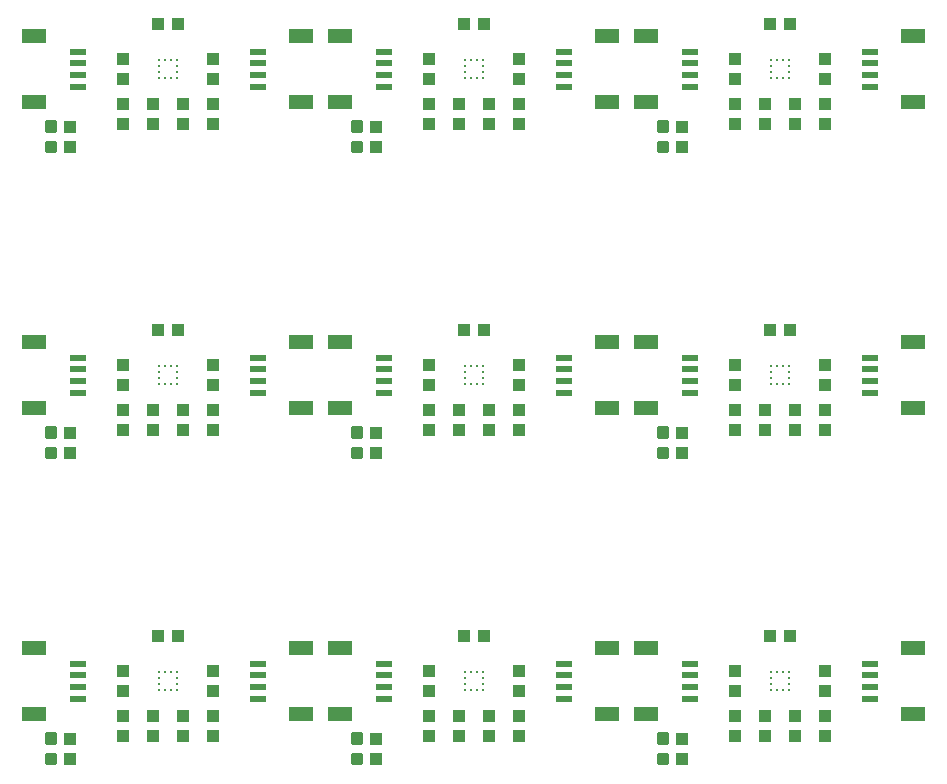
<source format=gtp>
G75*
%MOIN*%
%OFA0B0*%
%FSLAX25Y25*%
%IPPOS*%
%LPD*%
%AMOC8*
5,1,8,0,0,1.08239X$1,22.5*
%
%ADD10R,0.07874X0.04724*%
%ADD11R,0.05315X0.02362*%
%ADD12C,0.01181*%
%ADD13R,0.03937X0.04331*%
%ADD14R,0.00984X0.01083*%
%ADD15R,0.01083X0.00984*%
%ADD16R,0.04331X0.03937*%
D10*
X0053873Y0067726D03*
X0053873Y0089774D03*
X0053873Y0169726D03*
X0053873Y0191774D03*
X0053873Y0271726D03*
X0053873Y0293774D03*
X0142810Y0293774D03*
X0155873Y0293774D03*
X0155873Y0271726D03*
X0142810Y0271726D03*
X0142810Y0191774D03*
X0155873Y0191774D03*
X0155873Y0169726D03*
X0142810Y0169726D03*
X0142810Y0089774D03*
X0155873Y0089774D03*
X0155873Y0067726D03*
X0142810Y0067726D03*
X0244810Y0067726D03*
X0257873Y0067726D03*
X0257873Y0089774D03*
X0244810Y0089774D03*
X0244810Y0169726D03*
X0257873Y0169726D03*
X0257873Y0191774D03*
X0244810Y0191774D03*
X0244810Y0271726D03*
X0257873Y0271726D03*
X0257873Y0293774D03*
X0244810Y0293774D03*
X0346810Y0293774D03*
X0346810Y0271726D03*
X0346810Y0191774D03*
X0346810Y0169726D03*
X0346810Y0089774D03*
X0346810Y0067726D03*
D11*
X0332342Y0072844D03*
X0332342Y0076781D03*
X0332342Y0080719D03*
X0332342Y0084656D03*
X0272342Y0084656D03*
X0272342Y0080719D03*
X0272342Y0076781D03*
X0272342Y0072844D03*
X0230342Y0072844D03*
X0230342Y0076781D03*
X0230342Y0080719D03*
X0230342Y0084656D03*
X0170342Y0084656D03*
X0170342Y0080719D03*
X0170342Y0076781D03*
X0170342Y0072844D03*
X0128342Y0072844D03*
X0128342Y0076781D03*
X0128342Y0080719D03*
X0128342Y0084656D03*
X0068342Y0084656D03*
X0068342Y0080719D03*
X0068342Y0076781D03*
X0068342Y0072844D03*
X0068342Y0174844D03*
X0068342Y0178781D03*
X0068342Y0182719D03*
X0068342Y0186656D03*
X0128342Y0186656D03*
X0128342Y0182719D03*
X0128342Y0178781D03*
X0128342Y0174844D03*
X0170342Y0174844D03*
X0170342Y0178781D03*
X0170342Y0182719D03*
X0170342Y0186656D03*
X0230342Y0186656D03*
X0230342Y0182719D03*
X0230342Y0178781D03*
X0230342Y0174844D03*
X0272342Y0174844D03*
X0272342Y0178781D03*
X0272342Y0182719D03*
X0272342Y0186656D03*
X0332342Y0186656D03*
X0332342Y0182719D03*
X0332342Y0178781D03*
X0332342Y0174844D03*
X0332342Y0276844D03*
X0332342Y0280781D03*
X0332342Y0284719D03*
X0332342Y0288656D03*
X0272342Y0288656D03*
X0272342Y0284719D03*
X0272342Y0280781D03*
X0272342Y0276844D03*
X0230342Y0276844D03*
X0230342Y0280781D03*
X0230342Y0284719D03*
X0230342Y0288656D03*
X0170342Y0288656D03*
X0170342Y0284719D03*
X0170342Y0280781D03*
X0170342Y0276844D03*
X0128342Y0276844D03*
X0128342Y0280781D03*
X0128342Y0284719D03*
X0128342Y0288656D03*
X0068342Y0288656D03*
X0068342Y0284719D03*
X0068342Y0280781D03*
X0068342Y0276844D03*
D12*
X0060720Y0051419D02*
X0057964Y0051419D01*
X0057964Y0054175D01*
X0060720Y0054175D01*
X0060720Y0051419D01*
X0060720Y0052541D02*
X0057964Y0052541D01*
X0057964Y0053663D02*
X0060720Y0053663D01*
X0060720Y0058325D02*
X0057964Y0058325D01*
X0057964Y0061081D01*
X0060720Y0061081D01*
X0060720Y0058325D01*
X0060720Y0059447D02*
X0057964Y0059447D01*
X0057964Y0060569D02*
X0060720Y0060569D01*
X0159964Y0058325D02*
X0162720Y0058325D01*
X0159964Y0058325D02*
X0159964Y0061081D01*
X0162720Y0061081D01*
X0162720Y0058325D01*
X0162720Y0059447D02*
X0159964Y0059447D01*
X0159964Y0060569D02*
X0162720Y0060569D01*
X0162720Y0051419D02*
X0159964Y0051419D01*
X0159964Y0054175D01*
X0162720Y0054175D01*
X0162720Y0051419D01*
X0162720Y0052541D02*
X0159964Y0052541D01*
X0159964Y0053663D02*
X0162720Y0053663D01*
X0261964Y0051419D02*
X0264720Y0051419D01*
X0261964Y0051419D02*
X0261964Y0054175D01*
X0264720Y0054175D01*
X0264720Y0051419D01*
X0264720Y0052541D02*
X0261964Y0052541D01*
X0261964Y0053663D02*
X0264720Y0053663D01*
X0264720Y0058325D02*
X0261964Y0058325D01*
X0261964Y0061081D01*
X0264720Y0061081D01*
X0264720Y0058325D01*
X0264720Y0059447D02*
X0261964Y0059447D01*
X0261964Y0060569D02*
X0264720Y0060569D01*
X0264720Y0153419D02*
X0261964Y0153419D01*
X0261964Y0156175D01*
X0264720Y0156175D01*
X0264720Y0153419D01*
X0264720Y0154541D02*
X0261964Y0154541D01*
X0261964Y0155663D02*
X0264720Y0155663D01*
X0264720Y0160325D02*
X0261964Y0160325D01*
X0261964Y0163081D01*
X0264720Y0163081D01*
X0264720Y0160325D01*
X0264720Y0161447D02*
X0261964Y0161447D01*
X0261964Y0162569D02*
X0264720Y0162569D01*
X0264720Y0255419D02*
X0261964Y0255419D01*
X0261964Y0258175D01*
X0264720Y0258175D01*
X0264720Y0255419D01*
X0264720Y0256541D02*
X0261964Y0256541D01*
X0261964Y0257663D02*
X0264720Y0257663D01*
X0264720Y0262325D02*
X0261964Y0262325D01*
X0261964Y0265081D01*
X0264720Y0265081D01*
X0264720Y0262325D01*
X0264720Y0263447D02*
X0261964Y0263447D01*
X0261964Y0264569D02*
X0264720Y0264569D01*
X0162720Y0262325D02*
X0159964Y0262325D01*
X0159964Y0265081D01*
X0162720Y0265081D01*
X0162720Y0262325D01*
X0162720Y0263447D02*
X0159964Y0263447D01*
X0159964Y0264569D02*
X0162720Y0264569D01*
X0162720Y0255419D02*
X0159964Y0255419D01*
X0159964Y0258175D01*
X0162720Y0258175D01*
X0162720Y0255419D01*
X0162720Y0256541D02*
X0159964Y0256541D01*
X0159964Y0257663D02*
X0162720Y0257663D01*
X0060720Y0255419D02*
X0057964Y0255419D01*
X0057964Y0258175D01*
X0060720Y0258175D01*
X0060720Y0255419D01*
X0060720Y0256541D02*
X0057964Y0256541D01*
X0057964Y0257663D02*
X0060720Y0257663D01*
X0060720Y0262325D02*
X0057964Y0262325D01*
X0057964Y0265081D01*
X0060720Y0265081D01*
X0060720Y0262325D01*
X0060720Y0263447D02*
X0057964Y0263447D01*
X0057964Y0264569D02*
X0060720Y0264569D01*
X0060720Y0160325D02*
X0057964Y0160325D01*
X0057964Y0163081D01*
X0060720Y0163081D01*
X0060720Y0160325D01*
X0060720Y0161447D02*
X0057964Y0161447D01*
X0057964Y0162569D02*
X0060720Y0162569D01*
X0060720Y0153419D02*
X0057964Y0153419D01*
X0057964Y0156175D01*
X0060720Y0156175D01*
X0060720Y0153419D01*
X0060720Y0154541D02*
X0057964Y0154541D01*
X0057964Y0155663D02*
X0060720Y0155663D01*
X0159964Y0153419D02*
X0162720Y0153419D01*
X0159964Y0153419D02*
X0159964Y0156175D01*
X0162720Y0156175D01*
X0162720Y0153419D01*
X0162720Y0154541D02*
X0159964Y0154541D01*
X0159964Y0155663D02*
X0162720Y0155663D01*
X0162720Y0160325D02*
X0159964Y0160325D01*
X0159964Y0163081D01*
X0162720Y0163081D01*
X0162720Y0160325D01*
X0162720Y0161447D02*
X0159964Y0161447D01*
X0159964Y0162569D02*
X0162720Y0162569D01*
D13*
X0167842Y0161596D03*
X0167842Y0154904D03*
X0185342Y0162404D03*
X0185342Y0169096D03*
X0185342Y0177404D03*
X0185342Y0184096D03*
X0195342Y0169096D03*
X0195342Y0162404D03*
X0205342Y0162404D03*
X0205342Y0169096D03*
X0215342Y0169096D03*
X0215342Y0162404D03*
X0215342Y0177404D03*
X0215342Y0184096D03*
X0269842Y0161596D03*
X0269842Y0154904D03*
X0287342Y0162404D03*
X0287342Y0169096D03*
X0287342Y0177404D03*
X0287342Y0184096D03*
X0297342Y0169096D03*
X0297342Y0162404D03*
X0307342Y0162404D03*
X0307342Y0169096D03*
X0317342Y0169096D03*
X0317342Y0162404D03*
X0317342Y0177404D03*
X0317342Y0184096D03*
X0269842Y0256904D03*
X0269842Y0263596D03*
X0287342Y0264404D03*
X0287342Y0271096D03*
X0287342Y0279404D03*
X0287342Y0286096D03*
X0297342Y0271096D03*
X0297342Y0264404D03*
X0307342Y0264404D03*
X0307342Y0271096D03*
X0317342Y0271096D03*
X0317342Y0264404D03*
X0317342Y0279404D03*
X0317342Y0286096D03*
X0215342Y0286096D03*
X0215342Y0279404D03*
X0215342Y0271096D03*
X0215342Y0264404D03*
X0205342Y0264404D03*
X0205342Y0271096D03*
X0195342Y0271096D03*
X0195342Y0264404D03*
X0185342Y0264404D03*
X0185342Y0271096D03*
X0185342Y0279404D03*
X0185342Y0286096D03*
X0167842Y0263596D03*
X0167842Y0256904D03*
X0113342Y0264404D03*
X0113342Y0271096D03*
X0113342Y0279404D03*
X0113342Y0286096D03*
X0103342Y0271096D03*
X0103342Y0264404D03*
X0093342Y0264404D03*
X0093342Y0271096D03*
X0083342Y0271096D03*
X0083342Y0264404D03*
X0083342Y0279404D03*
X0083342Y0286096D03*
X0065842Y0263596D03*
X0065842Y0256904D03*
X0083342Y0184096D03*
X0083342Y0177404D03*
X0083342Y0169096D03*
X0083342Y0162404D03*
X0093342Y0162404D03*
X0093342Y0169096D03*
X0103342Y0169096D03*
X0103342Y0162404D03*
X0113342Y0162404D03*
X0113342Y0169096D03*
X0113342Y0177404D03*
X0113342Y0184096D03*
X0065842Y0161596D03*
X0065842Y0154904D03*
X0083342Y0082096D03*
X0083342Y0075404D03*
X0083342Y0067096D03*
X0083342Y0060404D03*
X0093342Y0060404D03*
X0093342Y0067096D03*
X0103342Y0067096D03*
X0103342Y0060404D03*
X0113342Y0060404D03*
X0113342Y0067096D03*
X0113342Y0075404D03*
X0113342Y0082096D03*
X0065842Y0059596D03*
X0065842Y0052904D03*
X0167842Y0052904D03*
X0167842Y0059596D03*
X0185342Y0060404D03*
X0185342Y0067096D03*
X0185342Y0075404D03*
X0185342Y0082096D03*
X0195342Y0067096D03*
X0195342Y0060404D03*
X0205342Y0060404D03*
X0205342Y0067096D03*
X0215342Y0067096D03*
X0215342Y0060404D03*
X0215342Y0075404D03*
X0215342Y0082096D03*
X0269842Y0059596D03*
X0269842Y0052904D03*
X0287342Y0060404D03*
X0287342Y0067096D03*
X0287342Y0075404D03*
X0287342Y0082096D03*
X0297342Y0067096D03*
X0297342Y0060404D03*
X0307342Y0060404D03*
X0307342Y0067096D03*
X0317342Y0067096D03*
X0317342Y0060404D03*
X0317342Y0075404D03*
X0317342Y0082096D03*
D14*
X0303326Y0081703D03*
X0301358Y0081703D03*
X0301358Y0075797D03*
X0303326Y0075797D03*
X0201326Y0075797D03*
X0199358Y0075797D03*
X0199358Y0081703D03*
X0201326Y0081703D03*
X0099326Y0081703D03*
X0097358Y0081703D03*
X0097358Y0075797D03*
X0099326Y0075797D03*
X0099326Y0177797D03*
X0097358Y0177797D03*
X0097358Y0183703D03*
X0099326Y0183703D03*
X0199358Y0183703D03*
X0201326Y0183703D03*
X0201326Y0177797D03*
X0199358Y0177797D03*
X0301358Y0177797D03*
X0303326Y0177797D03*
X0303326Y0183703D03*
X0301358Y0183703D03*
X0301358Y0279797D03*
X0303326Y0279797D03*
X0303326Y0285703D03*
X0301358Y0285703D03*
X0201326Y0285703D03*
X0199358Y0285703D03*
X0199358Y0279797D03*
X0201326Y0279797D03*
X0099326Y0279797D03*
X0097358Y0279797D03*
X0097358Y0285703D03*
X0099326Y0285703D03*
D15*
X0101295Y0285703D03*
X0101295Y0283734D03*
X0101295Y0281766D03*
X0101295Y0279797D03*
X0095389Y0279797D03*
X0095389Y0281766D03*
X0095389Y0283734D03*
X0095389Y0285703D03*
X0197389Y0285703D03*
X0197389Y0283734D03*
X0197389Y0281766D03*
X0197389Y0279797D03*
X0203295Y0279797D03*
X0203295Y0281766D03*
X0203295Y0283734D03*
X0203295Y0285703D03*
X0299389Y0285703D03*
X0299389Y0283734D03*
X0299389Y0281766D03*
X0299389Y0279797D03*
X0305295Y0279797D03*
X0305295Y0281766D03*
X0305295Y0283734D03*
X0305295Y0285703D03*
X0305295Y0183703D03*
X0305295Y0181734D03*
X0305295Y0179766D03*
X0305295Y0177797D03*
X0299389Y0177797D03*
X0299389Y0179766D03*
X0299389Y0181734D03*
X0299389Y0183703D03*
X0203295Y0183703D03*
X0203295Y0181734D03*
X0203295Y0179766D03*
X0203295Y0177797D03*
X0197389Y0177797D03*
X0197389Y0179766D03*
X0197389Y0181734D03*
X0197389Y0183703D03*
X0101295Y0183703D03*
X0101295Y0181734D03*
X0101295Y0179766D03*
X0101295Y0177797D03*
X0095389Y0177797D03*
X0095389Y0179766D03*
X0095389Y0181734D03*
X0095389Y0183703D03*
X0095389Y0081703D03*
X0095389Y0079734D03*
X0095389Y0077766D03*
X0095389Y0075797D03*
X0101295Y0075797D03*
X0101295Y0077766D03*
X0101295Y0079734D03*
X0101295Y0081703D03*
X0197389Y0081703D03*
X0197389Y0079734D03*
X0197389Y0077766D03*
X0197389Y0075797D03*
X0203295Y0075797D03*
X0203295Y0077766D03*
X0203295Y0079734D03*
X0203295Y0081703D03*
X0299389Y0081703D03*
X0299389Y0079734D03*
X0299389Y0077766D03*
X0299389Y0075797D03*
X0305295Y0075797D03*
X0305295Y0077766D03*
X0305295Y0079734D03*
X0305295Y0081703D03*
D16*
X0305688Y0093750D03*
X0298995Y0093750D03*
X0203688Y0093750D03*
X0196995Y0093750D03*
X0101688Y0093750D03*
X0094995Y0093750D03*
X0094995Y0195750D03*
X0101688Y0195750D03*
X0196995Y0195750D03*
X0203688Y0195750D03*
X0298995Y0195750D03*
X0305688Y0195750D03*
X0305688Y0297750D03*
X0298995Y0297750D03*
X0203688Y0297750D03*
X0196995Y0297750D03*
X0101688Y0297750D03*
X0094995Y0297750D03*
M02*

</source>
